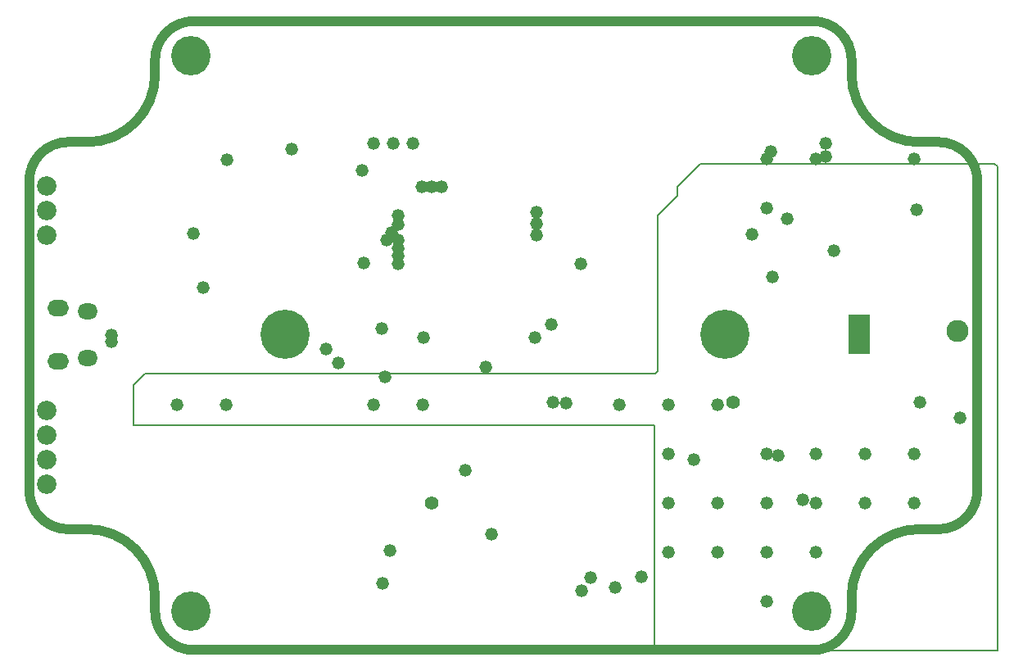
<source format=gbr>
%TF.GenerationSoftware,Altium Limited,Altium Designer,19.1.9 (167)*%
G04 Layer_Physical_Order=2*
G04 Layer_Color=32768*
%FSLAX26Y26*%
%MOIN*%
%TF.FileFunction,Copper,L2,Inr,Plane*%
%TF.Part,Single*%
G01*
G75*
%TA.AperFunction,NonConductor*%
%ADD59C,0.040000*%
%ADD60C,0.008000*%
%TA.AperFunction,ComponentPad*%
%ADD61C,0.200000*%
%ADD62R,0.090000X0.164016*%
%ADD63C,0.090000*%
%ADD64O,0.087244X0.067559*%
%ADD65O,0.081339X0.065591*%
%ADD66C,0.079370*%
%TA.AperFunction,ViaPad*%
%ADD67C,0.160000*%
%ADD68C,0.052000*%
%ADD69C,0.056000*%
D59*
X512061Y216786D02*
G03*
X236470Y492376I-275591J-0D01*
G01*
X512061Y157731D02*
G03*
X669542Y250I157480J-0D01*
G01*
X3189227D02*
G03*
X3346707Y157730I-0J157480D01*
G01*
X3622297Y492376D02*
G03*
X3346707Y216785I0J-275591D01*
G01*
X3701037Y492376D02*
G03*
X3858518Y649856I0J157480D01*
G01*
Y1909699D02*
G03*
X3701037Y2067179I-157480J-0D01*
G01*
X3346707Y2342770D02*
G03*
X3622298Y2067179I275591J0D01*
G01*
X3346707Y2401825D02*
G03*
X3189227Y2559305I-157480J0D01*
G01*
X669542Y2559305D02*
G03*
X512061Y2401825I0J-157480D01*
G01*
X236470Y2067179D02*
G03*
X512061Y2342770I0J275591D01*
G01*
X157731Y2067179D02*
G03*
X250Y1909699I-0J-157480D01*
G01*
Y649856D02*
G03*
X157731Y492376I157480J0D01*
G01*
X250Y649856D02*
X250D01*
Y1909699D01*
X250D02*
X250D01*
X157731Y2067179D02*
X236470D01*
X512061Y2342770D02*
Y2401825D01*
X669542Y2559305D02*
X3189227D01*
X3189227Y2559305D01*
X3346707Y2401825D02*
X3346707Y2401825D01*
X3346707Y2342770D02*
Y2401825D01*
X3622298Y2067179D02*
X3701037D01*
X3858518Y1909699D02*
X3858518D01*
X3858518Y649856D02*
Y1909699D01*
Y649856D02*
X3858518D01*
X3622297Y492376D02*
X3701037D01*
X3346707Y157730D02*
Y216785D01*
X669542Y250D02*
X3189227D01*
X512061Y157731D02*
Y216786D01*
X157731Y492376D02*
X236470D01*
D60*
X2637000Y1847750D02*
Y1886000D01*
X2731000Y1980000D01*
X3929000D01*
X2558000Y1768750D02*
X2637000Y1847750D01*
X2558000Y1135000D02*
Y1346250D01*
X2548000Y1125000D02*
X2558000Y1135000D01*
X470000Y1125000D02*
X2548000D01*
X425000Y1080000D02*
X470000Y1125000D01*
X425000Y915000D02*
Y1080000D01*
Y915000D02*
X2546000D01*
Y16000D02*
Y915000D01*
Y16000D02*
X2562000Y0D01*
X3942000D01*
Y1967000D01*
X3929000Y1980000D02*
X3942000Y1967000D01*
X2558000Y1346250D02*
Y1768750D01*
D61*
X2831685Y1286000D02*
D03*
X1042315D02*
D03*
D62*
X3376961D02*
D03*
D63*
X3778000Y1298000D02*
D03*
D64*
X117276Y1391284D02*
D03*
Y1176716D02*
D03*
D65*
X236567Y1379472D02*
D03*
Y1188528D02*
D03*
D66*
X70000Y976000D02*
D03*
Y676000D02*
D03*
Y776000D02*
D03*
Y876000D02*
D03*
Y1787000D02*
D03*
Y1687000D02*
D03*
Y1887000D02*
D03*
D67*
X659000Y2419000D02*
D03*
X3186000Y160000D02*
D03*
X659000D02*
D03*
X3186000Y2419000D02*
D03*
D68*
X3600000Y2000000D02*
D03*
Y800000D02*
D03*
Y600000D02*
D03*
X3400000Y800000D02*
D03*
Y600000D02*
D03*
X3200000Y2000000D02*
D03*
Y800000D02*
D03*
Y600000D02*
D03*
Y400000D02*
D03*
X3000000Y2000000D02*
D03*
Y1800000D02*
D03*
Y800000D02*
D03*
Y600000D02*
D03*
Y400000D02*
D03*
Y200000D02*
D03*
X2800000Y1000000D02*
D03*
Y600000D02*
D03*
Y400000D02*
D03*
X2600000Y1000000D02*
D03*
Y800000D02*
D03*
Y600000D02*
D03*
Y400000D02*
D03*
X2400000Y1000000D02*
D03*
X1600000D02*
D03*
X1400000D02*
D03*
X800000D02*
D03*
X600000D02*
D03*
X709000Y1476000D02*
D03*
X2703000Y774000D02*
D03*
X336000Y1282000D02*
D03*
Y1256000D02*
D03*
X2385000Y254000D02*
D03*
X2248000Y242000D02*
D03*
X2185000Y1005000D02*
D03*
X2130269Y1007778D02*
D03*
X3623000Y1007000D02*
D03*
X3789000Y944000D02*
D03*
X1476000Y1700000D02*
D03*
X1775000Y731000D02*
D03*
X1447000Y1111000D02*
D03*
X3024000Y1519000D02*
D03*
X1859000Y1151000D02*
D03*
X2059000Y1273000D02*
D03*
X2063000Y1735121D02*
D03*
X1502000Y1732000D02*
D03*
Y1767000D02*
D03*
X2063000Y1689000D02*
D03*
X3017000Y2028000D02*
D03*
X2125000Y1324000D02*
D03*
X3242000Y2062000D02*
D03*
X1258000Y1167000D02*
D03*
X1209000Y1224000D02*
D03*
X1439176Y273125D02*
D03*
X2063000Y1781243D02*
D03*
X2940000Y1691000D02*
D03*
X3084000Y1754000D02*
D03*
X1360000Y1574000D02*
D03*
X1353000Y1952000D02*
D03*
X1599000Y1886000D02*
D03*
X1482000Y2063000D02*
D03*
X1402000D02*
D03*
X1880000Y472000D02*
D03*
X3047000Y791000D02*
D03*
X1561000Y2063000D02*
D03*
X1679000Y1886000D02*
D03*
X1638000D02*
D03*
X3275000Y1624000D02*
D03*
X2245000Y1571000D02*
D03*
X669000Y1694000D02*
D03*
X1502000Y1605000D02*
D03*
Y1571000D02*
D03*
X1069000Y2039000D02*
D03*
X1502000Y1636000D02*
D03*
Y1670000D02*
D03*
X1455000D02*
D03*
X1435000Y1308000D02*
D03*
X3149000Y613000D02*
D03*
X3610000Y1792000D02*
D03*
X3241000Y2009000D02*
D03*
X805000Y1996000D02*
D03*
X1603000Y1271000D02*
D03*
X1468000Y405000D02*
D03*
X2490000Y298000D02*
D03*
X2286000Y295000D02*
D03*
D69*
X2864000Y1007000D02*
D03*
X1638000Y598000D02*
D03*
%TF.MD5,3033e23ce6484d8d4b085150cd95fa3a*%
M02*

</source>
